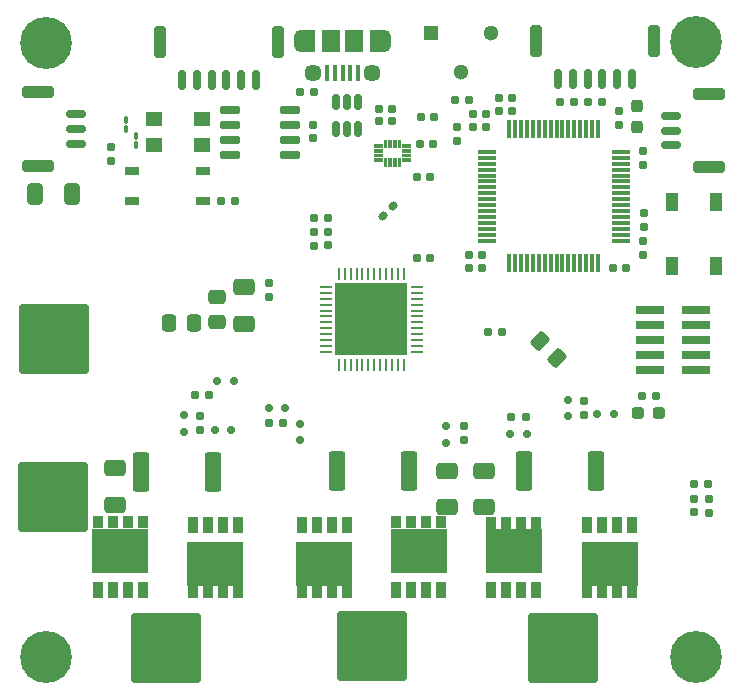
<source format=gbr>
%TF.GenerationSoftware,KiCad,Pcbnew,7.0.1*%
%TF.CreationDate,2023-04-17T18:47:01+02:00*%
%TF.ProjectId,ESC_board,4553435f-626f-4617-9264-2e6b69636164,rev?*%
%TF.SameCoordinates,Original*%
%TF.FileFunction,Soldermask,Top*%
%TF.FilePolarity,Negative*%
%FSLAX46Y46*%
G04 Gerber Fmt 4.6, Leading zero omitted, Abs format (unit mm)*
G04 Created by KiCad (PCBNEW 7.0.1) date 2023-04-17 18:47:01*
%MOMM*%
%LPD*%
G01*
G04 APERTURE LIST*
G04 Aperture macros list*
%AMRoundRect*
0 Rectangle with rounded corners*
0 $1 Rounding radius*
0 $2 $3 $4 $5 $6 $7 $8 $9 X,Y pos of 4 corners*
0 Add a 4 corners polygon primitive as box body*
4,1,4,$2,$3,$4,$5,$6,$7,$8,$9,$2,$3,0*
0 Add four circle primitives for the rounded corners*
1,1,$1+$1,$2,$3*
1,1,$1+$1,$4,$5*
1,1,$1+$1,$6,$7*
1,1,$1+$1,$8,$9*
0 Add four rect primitives between the rounded corners*
20,1,$1+$1,$2,$3,$4,$5,0*
20,1,$1+$1,$4,$5,$6,$7,0*
20,1,$1+$1,$6,$7,$8,$9,0*
20,1,$1+$1,$8,$9,$2,$3,0*%
G04 Aperture macros list end*
%ADD10R,0.200000X0.750000*%
%ADD11R,0.200000X0.650000*%
%ADD12R,0.650000X0.200000*%
%ADD13RoundRect,0.249999X0.450001X1.425001X-0.450001X1.425001X-0.450001X-1.425001X0.450001X-1.425001X0*%
%ADD14RoundRect,0.249999X-0.450001X-1.425001X0.450001X-1.425001X0.450001X1.425001X-0.450001X1.425001X0*%
%ADD15RoundRect,0.160000X-0.160000X0.197500X-0.160000X-0.197500X0.160000X-0.197500X0.160000X0.197500X0*%
%ADD16RoundRect,0.160000X0.160000X-0.197500X0.160000X0.197500X-0.160000X0.197500X-0.160000X-0.197500X0*%
%ADD17RoundRect,0.155000X0.155000X-0.212500X0.155000X0.212500X-0.155000X0.212500X-0.155000X-0.212500X0*%
%ADD18RoundRect,0.150000X0.150000X0.700000X-0.150000X0.700000X-0.150000X-0.700000X0.150000X-0.700000X0*%
%ADD19RoundRect,0.250000X0.250000X1.100000X-0.250000X1.100000X-0.250000X-1.100000X0.250000X-1.100000X0*%
%ADD20RoundRect,0.150000X-0.700000X0.150000X-0.700000X-0.150000X0.700000X-0.150000X0.700000X0.150000X0*%
%ADD21RoundRect,0.250000X-1.100000X0.250000X-1.100000X-0.250000X1.100000X-0.250000X1.100000X0.250000X0*%
%ADD22C,0.700000*%
%ADD23C,4.400000*%
%ADD24RoundRect,0.155000X-0.212500X-0.155000X0.212500X-0.155000X0.212500X0.155000X-0.212500X0.155000X0*%
%ADD25RoundRect,0.250000X0.337500X0.475000X-0.337500X0.475000X-0.337500X-0.475000X0.337500X-0.475000X0*%
%ADD26RoundRect,0.160000X-0.197500X-0.160000X0.197500X-0.160000X0.197500X0.160000X-0.197500X0.160000X0*%
%ADD27RoundRect,0.250000X0.650000X-0.412500X0.650000X0.412500X-0.650000X0.412500X-0.650000X-0.412500X0*%
%ADD28RoundRect,0.155000X0.040659X0.259862X-0.259862X-0.040659X-0.040659X-0.259862X0.259862X0.040659X0*%
%ADD29RoundRect,0.150000X0.150000X0.200000X-0.150000X0.200000X-0.150000X-0.200000X0.150000X-0.200000X0*%
%ADD30C,0.600000*%
%ADD31RoundRect,0.400000X-2.600000X-2.600000X2.600000X-2.600000X2.600000X2.600000X-2.600000X2.600000X0*%
%ADD32R,0.400000X1.350000*%
%ADD33O,1.200000X1.900000*%
%ADD34R,1.200000X1.900000*%
%ADD35C,1.450000*%
%ADD36R,1.500000X1.900000*%
%ADD37RoundRect,0.100000X-0.100000X0.217500X-0.100000X-0.217500X0.100000X-0.217500X0.100000X0.217500X0*%
%ADD38RoundRect,0.155000X-0.155000X0.212500X-0.155000X-0.212500X0.155000X-0.212500X0.155000X0.212500X0*%
%ADD39RoundRect,0.150000X0.725000X0.150000X-0.725000X0.150000X-0.725000X-0.150000X0.725000X-0.150000X0*%
%ADD40RoundRect,0.237500X0.237500X-0.287500X0.237500X0.287500X-0.237500X0.287500X-0.237500X-0.287500X0*%
%ADD41R,0.850000X1.050000*%
%ADD42R,4.700000X3.750000*%
%ADD43R,0.850000X1.450000*%
%ADD44R,1.346200X1.193800*%
%ADD45RoundRect,0.150000X0.200000X-0.150000X0.200000X0.150000X-0.200000X0.150000X-0.200000X-0.150000X0*%
%ADD46R,1.300000X1.300000*%
%ADD47C,1.300000*%
%ADD48R,2.400000X0.740000*%
%ADD49RoundRect,0.155000X0.212500X0.155000X-0.212500X0.155000X-0.212500X-0.155000X0.212500X-0.155000X0*%
%ADD50RoundRect,0.250000X0.574524X0.097227X0.097227X0.574524X-0.574524X-0.097227X-0.097227X-0.574524X0*%
%ADD51RoundRect,0.062500X-0.412500X-0.062500X0.412500X-0.062500X0.412500X0.062500X-0.412500X0.062500X0*%
%ADD52RoundRect,0.062500X-0.062500X-0.412500X0.062500X-0.412500X0.062500X0.412500X-0.062500X0.412500X0*%
%ADD53R,6.200000X6.200000*%
%ADD54RoundRect,0.160000X0.197500X0.160000X-0.197500X0.160000X-0.197500X-0.160000X0.197500X-0.160000X0*%
%ADD55RoundRect,0.150000X-0.150000X0.512500X-0.150000X-0.512500X0.150000X-0.512500X0.150000X0.512500X0*%
%ADD56RoundRect,0.237500X-0.287500X-0.237500X0.287500X-0.237500X0.287500X0.237500X-0.287500X0.237500X0*%
%ADD57R,1.200000X0.800000*%
%ADD58RoundRect,0.150000X0.700000X-0.150000X0.700000X0.150000X-0.700000X0.150000X-0.700000X-0.150000X0*%
%ADD59RoundRect,0.250000X1.100000X-0.250000X1.100000X0.250000X-1.100000X0.250000X-1.100000X-0.250000X0*%
%ADD60RoundRect,0.250000X0.475000X-0.337500X0.475000X0.337500X-0.475000X0.337500X-0.475000X-0.337500X0*%
%ADD61R,1.100000X1.600000*%
%ADD62RoundRect,0.100000X0.100000X-0.217500X0.100000X0.217500X-0.100000X0.217500X-0.100000X-0.217500X0*%
%ADD63RoundRect,0.150000X-0.150000X-0.200000X0.150000X-0.200000X0.150000X0.200000X-0.150000X0.200000X0*%
%ADD64RoundRect,0.250000X-0.412500X-0.650000X0.412500X-0.650000X0.412500X0.650000X-0.412500X0.650000X0*%
%ADD65RoundRect,0.075000X0.700000X0.075000X-0.700000X0.075000X-0.700000X-0.075000X0.700000X-0.075000X0*%
%ADD66RoundRect,0.075000X0.075000X0.700000X-0.075000X0.700000X-0.075000X-0.700000X0.075000X-0.700000X0*%
G04 APERTURE END LIST*
%TO.C,U3*%
G36*
X105775001Y-62263900D02*
G01*
X105474999Y-62263900D01*
X105474999Y-61513899D01*
X105775001Y-61513899D01*
X105775001Y-62263900D01*
G37*
G36*
X106175000Y-62263900D02*
G01*
X105875001Y-62263900D01*
X105875001Y-61513899D01*
X106175000Y-61513899D01*
X106175000Y-62263900D01*
G37*
G36*
X106574999Y-62263900D02*
G01*
X106275000Y-62263900D01*
X106275000Y-61513899D01*
X106574999Y-61513899D01*
X106574999Y-62263900D01*
G37*
G36*
X106975001Y-62263900D02*
G01*
X106674999Y-62263900D01*
X106674999Y-61513899D01*
X106975001Y-61513899D01*
X106975001Y-62263900D01*
G37*
G36*
X107774999Y-61863901D02*
G01*
X107025001Y-61863901D01*
X107025001Y-61563899D01*
X107774999Y-61563899D01*
X107774999Y-61863901D01*
G37*
G36*
X107774999Y-61463899D02*
G01*
X107025001Y-61463899D01*
X107025001Y-61163900D01*
X107774999Y-61163900D01*
X107774999Y-61463899D01*
G37*
G36*
X107774999Y-61063900D02*
G01*
X107025001Y-61063900D01*
X107025001Y-60763901D01*
X107774999Y-60763901D01*
X107774999Y-61063900D01*
G37*
G36*
X107774999Y-60663901D02*
G01*
X107025001Y-60663901D01*
X107025001Y-60363899D01*
X107774999Y-60363899D01*
X107774999Y-60663901D01*
G37*
G36*
X106975001Y-60713901D02*
G01*
X106674999Y-60713901D01*
X106674999Y-59963900D01*
X106975001Y-59963900D01*
X106975001Y-60713901D01*
G37*
G36*
X106574999Y-60713901D02*
G01*
X106275000Y-60713901D01*
X106275000Y-59963900D01*
X106574999Y-59963900D01*
X106574999Y-60713901D01*
G37*
G36*
X106175000Y-60713901D02*
G01*
X105875001Y-60713901D01*
X105875001Y-59963900D01*
X106175000Y-59963900D01*
X106175000Y-60713901D01*
G37*
G36*
X105775001Y-60713901D02*
G01*
X105474999Y-60713901D01*
X105474999Y-59963900D01*
X105775001Y-59963900D01*
X105775001Y-60713901D01*
G37*
G36*
X105424999Y-60663901D02*
G01*
X104675001Y-60663901D01*
X104675001Y-60363899D01*
X105424999Y-60363899D01*
X105424999Y-60663901D01*
G37*
G36*
X105424999Y-61063900D02*
G01*
X104675001Y-61063900D01*
X104675001Y-60763901D01*
X105424999Y-60763901D01*
X105424999Y-61063900D01*
G37*
G36*
X105424999Y-61463899D02*
G01*
X104675001Y-61463899D01*
X104675001Y-61163900D01*
X105424999Y-61163900D01*
X105424999Y-61463899D01*
G37*
G36*
X105424999Y-61863901D02*
G01*
X104675001Y-61863901D01*
X104675001Y-61563899D01*
X105424999Y-61563899D01*
X105424999Y-61863901D01*
G37*
%TD*%
D10*
%TO.C,U3*%
X105625001Y-61838100D03*
D11*
X106025000Y-61888900D03*
X106425000Y-61888900D03*
X106824999Y-61888900D03*
D12*
X107399999Y-61713899D03*
X107399999Y-61313900D03*
X107399999Y-60913900D03*
X107399999Y-60513901D03*
D11*
X106824999Y-60338900D03*
X106425000Y-60338900D03*
X106025000Y-60338900D03*
X105625001Y-60338900D03*
D12*
X105050001Y-60513901D03*
X105050001Y-60913900D03*
X105050001Y-61313900D03*
X105050001Y-61713899D03*
%TD*%
D13*
%TO.C,R28*%
X91025000Y-88140000D03*
X84925000Y-88140000D03*
%TD*%
%TO.C,R9*%
X123472936Y-88050000D03*
X117372936Y-88050000D03*
%TD*%
D14*
%TO.C,R8*%
X101490000Y-88010000D03*
X107590000Y-88010000D03*
%TD*%
D15*
%TO.C,Rg4*%
X112268000Y-84238500D03*
X112268000Y-85433500D03*
%TD*%
D16*
%TO.C,R7*%
X125406726Y-58723273D03*
X125406726Y-57528273D03*
%TD*%
D17*
%TO.C,C8*%
X114150000Y-58900000D03*
X114150000Y-57765000D03*
%TD*%
D18*
%TO.C,J7*%
X94650000Y-54900000D03*
X93400000Y-54900000D03*
X92150000Y-54900000D03*
X90900000Y-54900000D03*
X89650000Y-54900000D03*
X88400000Y-54900000D03*
D19*
X96500000Y-51700000D03*
X86550000Y-51700000D03*
%TD*%
D20*
%TO.C,J3*%
X79450000Y-57825000D03*
X79450000Y-59075000D03*
X79450000Y-60325000D03*
D21*
X76250000Y-55975000D03*
X76250000Y-62175000D03*
%TD*%
D22*
%TO.C,H2*%
X130260000Y-51730000D03*
X130743274Y-50563274D03*
X130743274Y-52896726D03*
X131910000Y-50080000D03*
D23*
X131910000Y-51730000D03*
D22*
X131910000Y-53380000D03*
X133076726Y-50563274D03*
X133076726Y-52896726D03*
X133560000Y-51730000D03*
%TD*%
D24*
%TO.C,C33*%
X105065000Y-57400000D03*
X106200000Y-57400000D03*
%TD*%
D25*
%TO.C,Cb4*%
X89412500Y-75525000D03*
X87337500Y-75525000D03*
%TD*%
D26*
%TO.C,R1*%
X111475000Y-56575000D03*
X112670000Y-56575000D03*
%TD*%
D24*
%TO.C,C34*%
X105065000Y-58400000D03*
X106200000Y-58400000D03*
%TD*%
D17*
%TO.C,C31*%
X127475000Y-69717500D03*
X127475000Y-68582500D03*
%TD*%
D24*
%TO.C,C9*%
X108525000Y-60300000D03*
X109660000Y-60300000D03*
%TD*%
D27*
%TO.C,Cb3*%
X114000000Y-91112500D03*
X114000000Y-87987500D03*
%TD*%
D28*
%TO.C,C36*%
X106251283Y-65608717D03*
X105448717Y-66411283D03*
%TD*%
D29*
%TO.C,D4*%
X91180000Y-84570000D03*
X92580000Y-84570000D03*
%TD*%
D30*
%TO.C,H6*%
X75180000Y-74240000D03*
X75180000Y-74840000D03*
X75180000Y-75440000D03*
X75180000Y-76040000D03*
X75180000Y-76640000D03*
X75180000Y-77240000D03*
X75180000Y-77840000D03*
X75180000Y-78440000D03*
X75180000Y-79040000D03*
X75180000Y-79550000D03*
X75780000Y-74240000D03*
X75780000Y-74840000D03*
X75780000Y-75440000D03*
X75780000Y-76040000D03*
X75780000Y-77840000D03*
X75780000Y-78440000D03*
X75780000Y-79040000D03*
X75780000Y-79550000D03*
X76380000Y-74240000D03*
X76380000Y-74840000D03*
X76380000Y-79040000D03*
X76380000Y-79550000D03*
X76980000Y-74240000D03*
X76980000Y-74840000D03*
X76980000Y-79040000D03*
X76980000Y-79550000D03*
X77580000Y-74240000D03*
X77580000Y-74840000D03*
X77580000Y-79040000D03*
X77580000Y-79550000D03*
D31*
X77590000Y-76890000D03*
D30*
X78180000Y-74240000D03*
X78180000Y-74840000D03*
X78180000Y-79040000D03*
X78180000Y-79550000D03*
X78780000Y-74240000D03*
X78780000Y-74840000D03*
X78780000Y-79040000D03*
X78780000Y-79550000D03*
X79380000Y-74240000D03*
X79380000Y-74840000D03*
X79380000Y-75440000D03*
X79380000Y-76040000D03*
X79380000Y-77840000D03*
X79380000Y-78440000D03*
X79380000Y-79040000D03*
X79380000Y-79550000D03*
X79980000Y-74240000D03*
X79980000Y-74840000D03*
X79980000Y-75440000D03*
X79980000Y-76040000D03*
X79980000Y-76640000D03*
X79980000Y-77240000D03*
X79980000Y-77840000D03*
X79980000Y-78440000D03*
X79980000Y-79040000D03*
X79980000Y-79550000D03*
%TD*%
D32*
%TO.C,J4*%
X103300000Y-54350000D03*
X102650000Y-54350000D03*
X102000000Y-54350000D03*
X101350000Y-54350000D03*
X100700000Y-54350000D03*
D33*
X105500000Y-51650000D03*
D34*
X104900000Y-51650000D03*
D35*
X104500000Y-54350000D03*
D36*
X103000000Y-51650000D03*
X101000000Y-51650000D03*
D35*
X99500000Y-54350000D03*
D34*
X99100000Y-51650000D03*
D33*
X98500000Y-51650000D03*
%TD*%
D26*
%TO.C,R4*%
X99552500Y-66572500D03*
X100747500Y-66572500D03*
%TD*%
D37*
%TO.C,D11*%
X84510000Y-59642500D03*
X84510000Y-60457500D03*
%TD*%
D38*
%TO.C,C53*%
X99460001Y-58732500D03*
X99460001Y-59867500D03*
%TD*%
D39*
%TO.C,U5*%
X97585000Y-61255000D03*
X97585000Y-59985000D03*
X97585000Y-58715000D03*
X97585000Y-57445000D03*
X92435000Y-57445000D03*
X92435000Y-58715000D03*
X92435000Y-59985000D03*
X92435000Y-61255000D03*
%TD*%
D15*
%TO.C,R5*%
X99600000Y-67750000D03*
X99600000Y-68945000D03*
%TD*%
D40*
%TO.C,D16*%
X126930000Y-58910001D03*
X126930000Y-57160001D03*
%TD*%
D27*
%TO.C,Cb1*%
X82750000Y-90887500D03*
X82750000Y-87762500D03*
%TD*%
D17*
%TO.C,C1*%
X127525000Y-67325000D03*
X127525000Y-66190000D03*
%TD*%
D26*
%TO.C,R12*%
X91662500Y-65200000D03*
X92857500Y-65200000D03*
%TD*%
D29*
%TO.C,D10*%
X123580000Y-83170000D03*
X124980000Y-83170000D03*
%TD*%
D26*
%TO.C,R6*%
X114342500Y-76230000D03*
X115537500Y-76230000D03*
%TD*%
D15*
%TO.C,R18*%
X82409999Y-60552500D03*
X82409999Y-61747500D03*
%TD*%
D29*
%TO.C,D8*%
X116170000Y-84930000D03*
X117570000Y-84930000D03*
%TD*%
D41*
%TO.C,Q5*%
X114580000Y-92430000D03*
X115850000Y-92430000D03*
D42*
X116485000Y-94830000D03*
D41*
X117120000Y-92430000D03*
X118390000Y-92430000D03*
D43*
X118390000Y-98130000D03*
X114580000Y-98130000D03*
X115850000Y-98130000D03*
X117120000Y-98130000D03*
%TD*%
D26*
%TO.C,Rg5*%
X116292500Y-83480000D03*
X117487500Y-83480000D03*
%TD*%
%TO.C,R11*%
X127330000Y-81700000D03*
X128525000Y-81700000D03*
%TD*%
D44*
%TO.C,FL2*%
X90092000Y-60454900D03*
X90092000Y-58245100D03*
X86028000Y-58245100D03*
X86028000Y-60454900D03*
%TD*%
D45*
%TO.C,D3*%
X88550000Y-83290000D03*
X88550000Y-84690000D03*
%TD*%
D15*
%TO.C,R22*%
X111670000Y-58902500D03*
X111670000Y-60097500D03*
%TD*%
D46*
%TO.C,SW2*%
X109525000Y-50950000D03*
D47*
X112025000Y-54250000D03*
X114525000Y-50950000D03*
%TD*%
D48*
%TO.C,J1*%
X128000000Y-74360000D03*
X131900000Y-74360000D03*
X128000000Y-75630000D03*
X131900000Y-75630000D03*
X128000000Y-76900000D03*
X131900000Y-76900000D03*
X128000000Y-78170000D03*
X131900000Y-78170000D03*
X128000000Y-79440000D03*
X131900000Y-79440000D03*
%TD*%
D49*
%TO.C,C3*%
X113842500Y-69700000D03*
X112707500Y-69700000D03*
%TD*%
%TO.C,C6*%
X113842500Y-70800000D03*
X112707500Y-70800000D03*
%TD*%
D50*
%TO.C,C42*%
X120167246Y-78475869D03*
X118700000Y-77008623D03*
%TD*%
D51*
%TO.C,IC2*%
X100555000Y-72440000D03*
X100555000Y-72940000D03*
X100555000Y-73440000D03*
X100555000Y-73940000D03*
X100555000Y-74440000D03*
X100555000Y-74940000D03*
X100555000Y-75440000D03*
X100555000Y-75940000D03*
X100555000Y-76440000D03*
X100555000Y-76940000D03*
X100555000Y-77440000D03*
X100555000Y-77940000D03*
D52*
X101680000Y-79065000D03*
X102180000Y-79065000D03*
X102680000Y-79065000D03*
X103180000Y-79065000D03*
X103680000Y-79065000D03*
X104180000Y-79065000D03*
X104680000Y-79065000D03*
X105180000Y-79065000D03*
X105680000Y-79065000D03*
X106180000Y-79065000D03*
X106680000Y-79065000D03*
X107180000Y-79065000D03*
D51*
X108305000Y-77940000D03*
X108305000Y-77440000D03*
X108305000Y-76940000D03*
X108305000Y-76440000D03*
X108305000Y-75940000D03*
X108305000Y-75440000D03*
X108305000Y-74940000D03*
X108305000Y-74440000D03*
X108305000Y-73940000D03*
X108305000Y-73440000D03*
X108305000Y-72940000D03*
X108305000Y-72440000D03*
D52*
X107180000Y-71315000D03*
X106680000Y-71315000D03*
X106180000Y-71315000D03*
X105680000Y-71315000D03*
X105180000Y-71315000D03*
X104680000Y-71315000D03*
X104180000Y-71315000D03*
X103680000Y-71315000D03*
X103180000Y-71315000D03*
X102680000Y-71315000D03*
X102180000Y-71315000D03*
X101680000Y-71315000D03*
D53*
X104430000Y-75190000D03*
%TD*%
D15*
%TO.C,Rg6*%
X122410000Y-82062500D03*
X122410000Y-83257500D03*
%TD*%
D54*
%TO.C,Rg1*%
X90687500Y-81570000D03*
X89492500Y-81570000D03*
%TD*%
D55*
%TO.C,U2*%
X103300000Y-56752500D03*
X102350000Y-56752500D03*
X101400000Y-56752500D03*
X101400000Y-59027500D03*
X102350000Y-59027500D03*
X103300000Y-59027500D03*
%TD*%
D56*
%TO.C,D17*%
X127037500Y-83120000D03*
X128787500Y-83120000D03*
%TD*%
D22*
%TO.C,H3*%
X75230000Y-103790000D03*
X75713274Y-102623274D03*
X75713274Y-104956726D03*
X76880000Y-102140000D03*
D23*
X76880000Y-103790000D03*
D22*
X76880000Y-105440000D03*
X78046726Y-102623274D03*
X78046726Y-104956726D03*
X78530000Y-103790000D03*
%TD*%
D38*
%TO.C,C41*%
X100750000Y-67782500D03*
X100750000Y-68917500D03*
%TD*%
D41*
%TO.C,Q3*%
X106540015Y-92360061D03*
X107810015Y-92360061D03*
D42*
X108445015Y-94760061D03*
D41*
X109080015Y-92360061D03*
X110350015Y-92360061D03*
D43*
X110350015Y-98060061D03*
X106540015Y-98060061D03*
X107810015Y-98060061D03*
X109080015Y-98060061D03*
%TD*%
D22*
%TO.C,H1*%
X130260000Y-103770000D03*
X130743274Y-102603274D03*
X130743274Y-104936726D03*
X131910000Y-102120000D03*
D23*
X131910000Y-103770000D03*
D22*
X131910000Y-105420000D03*
X133076726Y-102603274D03*
X133076726Y-104936726D03*
X133560000Y-103770000D03*
%TD*%
D41*
%TO.C,Q6*%
X126535000Y-98270000D03*
X125265000Y-98270000D03*
D42*
X124630000Y-95870000D03*
D41*
X123995000Y-98270000D03*
X122725000Y-98270000D03*
D43*
X122725000Y-92570000D03*
X126535000Y-92570000D03*
X125265000Y-92570000D03*
X123995000Y-92570000D03*
%TD*%
D49*
%TO.C,C10*%
X116375000Y-57525000D03*
X115240000Y-57525000D03*
%TD*%
D17*
%TO.C,Cb5*%
X95800000Y-73267500D03*
X95800000Y-72132500D03*
%TD*%
D30*
%TO.C,H5*%
X75080000Y-87560000D03*
X75080000Y-88160000D03*
X75080000Y-88760000D03*
X75080000Y-89360000D03*
X75080000Y-89960000D03*
X75080000Y-90560000D03*
X75080000Y-91160000D03*
X75080000Y-91760000D03*
X75080000Y-92360000D03*
X75080000Y-92870000D03*
X75680000Y-87560000D03*
X75680000Y-88160000D03*
X75680000Y-88760000D03*
X75680000Y-89360000D03*
X75680000Y-91160000D03*
X75680000Y-91760000D03*
X75680000Y-92360000D03*
X75680000Y-92870000D03*
X76280000Y-87560000D03*
X76280000Y-88160000D03*
X76280000Y-92360000D03*
X76280000Y-92870000D03*
X76880000Y-87560000D03*
X76880000Y-88160000D03*
X76880000Y-92360000D03*
X76880000Y-92870000D03*
X77480000Y-87560000D03*
X77480000Y-88160000D03*
X77480000Y-92360000D03*
X77480000Y-92870000D03*
D31*
X77490000Y-90210000D03*
D30*
X78080000Y-87560000D03*
X78080000Y-88160000D03*
X78080000Y-92360000D03*
X78080000Y-92870000D03*
X78680000Y-87560000D03*
X78680000Y-88160000D03*
X78680000Y-92360000D03*
X78680000Y-92870000D03*
X79280000Y-87560000D03*
X79280000Y-88160000D03*
X79280000Y-88760000D03*
X79280000Y-89360000D03*
X79280000Y-91160000D03*
X79280000Y-91760000D03*
X79280000Y-92360000D03*
X79280000Y-92870000D03*
X79880000Y-87560000D03*
X79880000Y-88160000D03*
X79880000Y-88760000D03*
X79880000Y-89360000D03*
X79880000Y-89960000D03*
X79880000Y-90560000D03*
X79880000Y-91160000D03*
X79880000Y-91760000D03*
X79880000Y-92360000D03*
X79880000Y-92870000D03*
%TD*%
D54*
%TO.C,R3*%
X121595000Y-56775000D03*
X120400000Y-56775000D03*
%TD*%
D24*
%TO.C,C35*%
X109407500Y-63110000D03*
X108272500Y-63110000D03*
%TD*%
D30*
%TO.C,H9*%
X118280000Y-100350000D03*
X118280000Y-100950000D03*
X118280000Y-101550000D03*
X118280000Y-102150000D03*
X118280000Y-102750000D03*
X118280000Y-103350000D03*
X118280000Y-103950000D03*
X118280000Y-104550000D03*
X118280000Y-105150000D03*
X118280000Y-105660000D03*
X118880000Y-100350000D03*
X118880000Y-100950000D03*
X118880000Y-101550000D03*
X118880000Y-102150000D03*
X118880000Y-103950000D03*
X118880000Y-104550000D03*
X118880000Y-105150000D03*
X118880000Y-105660000D03*
X119480000Y-100350000D03*
X119480000Y-100950000D03*
X119480000Y-105150000D03*
X119480000Y-105660000D03*
X120080000Y-100350000D03*
X120080000Y-100950000D03*
X120080000Y-105150000D03*
X120080000Y-105660000D03*
X120680000Y-100350000D03*
X120680000Y-100950000D03*
X120680000Y-105150000D03*
X120680000Y-105660000D03*
D31*
X120690000Y-103000000D03*
D30*
X121280000Y-100350000D03*
X121280000Y-100950000D03*
X121280000Y-105150000D03*
X121280000Y-105660000D03*
X121880000Y-100350000D03*
X121880000Y-100950000D03*
X121880000Y-105150000D03*
X121880000Y-105660000D03*
X122480000Y-100350000D03*
X122480000Y-100950000D03*
X122480000Y-101550000D03*
X122480000Y-102150000D03*
X122480000Y-103950000D03*
X122480000Y-104550000D03*
X122480000Y-105150000D03*
X122480000Y-105660000D03*
X123080000Y-100350000D03*
X123080000Y-100950000D03*
X123080000Y-101550000D03*
X123080000Y-102150000D03*
X123080000Y-102750000D03*
X123080000Y-103350000D03*
X123080000Y-103950000D03*
X123080000Y-104550000D03*
X123080000Y-105150000D03*
X123080000Y-105660000D03*
%TD*%
D49*
%TO.C,C5*%
X116375000Y-56475000D03*
X115240000Y-56475000D03*
%TD*%
D45*
%TO.C,D6*%
X110744000Y-84227500D03*
X110744000Y-85627500D03*
%TD*%
D57*
%TO.C,U6*%
X90160000Y-65170000D03*
X90160000Y-62630000D03*
X84160000Y-62630000D03*
X84160000Y-65170000D03*
%TD*%
D41*
%TO.C,Q2*%
X93140000Y-98270000D03*
X91870000Y-98270000D03*
D42*
X91235000Y-95870000D03*
D41*
X90600000Y-98270000D03*
X89330000Y-98270000D03*
D43*
X89330000Y-92570000D03*
X93140000Y-92570000D03*
X91870000Y-92570000D03*
X90600000Y-92570000D03*
%TD*%
D27*
%TO.C,C23*%
X93625000Y-75587500D03*
X93625000Y-72462500D03*
%TD*%
D24*
%TO.C,C2*%
X124857500Y-70875000D03*
X125992500Y-70875000D03*
%TD*%
D54*
%TO.C,R16*%
X99547500Y-55910000D03*
X98352500Y-55910000D03*
%TD*%
D45*
%TO.C,D5*%
X98380000Y-84020000D03*
X98380000Y-85420000D03*
%TD*%
D29*
%TO.C,D7*%
X95730000Y-82670000D03*
X97130000Y-82670000D03*
%TD*%
D15*
%TO.C,R15*%
X133000000Y-90377500D03*
X133000000Y-91572500D03*
%TD*%
D22*
%TO.C,H4*%
X75240000Y-51760000D03*
X75723274Y-50593274D03*
X75723274Y-52926726D03*
X76890000Y-50110000D03*
D23*
X76890000Y-51760000D03*
D22*
X76890000Y-53410000D03*
X78056726Y-50593274D03*
X78056726Y-52926726D03*
X78540000Y-51760000D03*
%TD*%
D58*
%TO.C,J6*%
X129800000Y-60450000D03*
X129800000Y-59200000D03*
X129800000Y-57950000D03*
D59*
X133000000Y-62300000D03*
X133000000Y-56100000D03*
%TD*%
D30*
%TO.C,H8*%
X102120000Y-100200000D03*
X102120000Y-100800000D03*
X102120000Y-101400000D03*
X102120000Y-102000000D03*
X102120000Y-102600000D03*
X102120000Y-103200000D03*
X102120000Y-103800000D03*
X102120000Y-104400000D03*
X102120000Y-105000000D03*
X102120000Y-105510000D03*
X102720000Y-100200000D03*
X102720000Y-100800000D03*
X102720000Y-101400000D03*
X102720000Y-102000000D03*
X102720000Y-103800000D03*
X102720000Y-104400000D03*
X102720000Y-105000000D03*
X102720000Y-105510000D03*
X103320000Y-100200000D03*
X103320000Y-100800000D03*
X103320000Y-105000000D03*
X103320000Y-105510000D03*
X103920000Y-100200000D03*
X103920000Y-100800000D03*
X103920000Y-105000000D03*
X103920000Y-105510000D03*
X104520000Y-100200000D03*
X104520000Y-100800000D03*
X104520000Y-105000000D03*
X104520000Y-105510000D03*
D31*
X104530000Y-102850000D03*
D30*
X105120000Y-100200000D03*
X105120000Y-100800000D03*
X105120000Y-105000000D03*
X105120000Y-105510000D03*
X105720000Y-100200000D03*
X105720000Y-100800000D03*
X105720000Y-105000000D03*
X105720000Y-105510000D03*
X106320000Y-100200000D03*
X106320000Y-100800000D03*
X106320000Y-101400000D03*
X106320000Y-102000000D03*
X106320000Y-103800000D03*
X106320000Y-104400000D03*
X106320000Y-105000000D03*
X106320000Y-105510000D03*
X106920000Y-100200000D03*
X106920000Y-100800000D03*
X106920000Y-101400000D03*
X106920000Y-102000000D03*
X106920000Y-102600000D03*
X106920000Y-103200000D03*
X106920000Y-103800000D03*
X106920000Y-104400000D03*
X106920000Y-105000000D03*
X106920000Y-105510000D03*
%TD*%
D60*
%TO.C,Cb6*%
X91375000Y-75387500D03*
X91375000Y-73312500D03*
%TD*%
D41*
%TO.C,Q4*%
X102350015Y-98260061D03*
X101080015Y-98260061D03*
D42*
X100445015Y-95860061D03*
D41*
X99810015Y-98260061D03*
X98540015Y-98260061D03*
D43*
X98540015Y-92560061D03*
X102350015Y-92560061D03*
X101080015Y-92560061D03*
X99810015Y-92560061D03*
%TD*%
D38*
%TO.C,C4*%
X127400000Y-60957500D03*
X127400000Y-62092500D03*
%TD*%
D26*
%TO.C,TH1*%
X131777500Y-89125000D03*
X132972500Y-89125000D03*
%TD*%
D27*
%TO.C,Cb2*%
X110850000Y-91112500D03*
X110850000Y-87987500D03*
%TD*%
D61*
%TO.C,SW1*%
X129900000Y-70625000D03*
X133600000Y-70625000D03*
X133600000Y-65225000D03*
X129900000Y-65225000D03*
%TD*%
D18*
%TO.C,J2*%
X126500000Y-54850000D03*
X125250000Y-54850000D03*
X124000000Y-54850000D03*
X122750000Y-54850000D03*
X121500000Y-54850000D03*
X120250000Y-54850000D03*
D19*
X128350000Y-51650000D03*
X118400000Y-51650000D03*
%TD*%
D24*
%TO.C,C32*%
X108625000Y-58075000D03*
X109760000Y-58075000D03*
%TD*%
D17*
%TO.C,C7*%
X113025000Y-58900000D03*
X113025000Y-57765000D03*
%TD*%
D62*
%TO.C,D1*%
X83660000Y-59107500D03*
X83660000Y-58292500D03*
%TD*%
D24*
%TO.C,C43*%
X108302500Y-69960000D03*
X109437500Y-69960000D03*
%TD*%
D30*
%TO.C,H7*%
X84660000Y-100350000D03*
X84660000Y-100950000D03*
X84660000Y-101550000D03*
X84660000Y-102150000D03*
X84660000Y-102750000D03*
X84660000Y-103350000D03*
X84660000Y-103950000D03*
X84660000Y-104550000D03*
X84660000Y-105150000D03*
X84660000Y-105660000D03*
X85260000Y-100350000D03*
X85260000Y-100950000D03*
X85260000Y-101550000D03*
X85260000Y-102150000D03*
X85260000Y-103950000D03*
X85260000Y-104550000D03*
X85260000Y-105150000D03*
X85260000Y-105660000D03*
X85860000Y-100350000D03*
X85860000Y-100950000D03*
X85860000Y-105150000D03*
X85860000Y-105660000D03*
X86460000Y-100350000D03*
X86460000Y-100950000D03*
X86460000Y-105150000D03*
X86460000Y-105660000D03*
X87060000Y-100350000D03*
X87060000Y-100950000D03*
X87060000Y-105150000D03*
X87060000Y-105660000D03*
D31*
X87070000Y-103000000D03*
D30*
X87660000Y-100350000D03*
X87660000Y-100950000D03*
X87660000Y-105150000D03*
X87660000Y-105660000D03*
X88260000Y-100350000D03*
X88260000Y-100950000D03*
X88260000Y-105150000D03*
X88260000Y-105660000D03*
X88860000Y-100350000D03*
X88860000Y-100950000D03*
X88860000Y-101550000D03*
X88860000Y-102150000D03*
X88860000Y-103950000D03*
X88860000Y-104550000D03*
X88860000Y-105150000D03*
X88860000Y-105660000D03*
X89460000Y-100350000D03*
X89460000Y-100950000D03*
X89460000Y-101550000D03*
X89460000Y-102150000D03*
X89460000Y-102750000D03*
X89460000Y-103350000D03*
X89460000Y-103950000D03*
X89460000Y-104550000D03*
X89460000Y-105150000D03*
X89460000Y-105660000D03*
%TD*%
D63*
%TO.C,D2*%
X92800000Y-80400000D03*
X91400000Y-80400000D03*
%TD*%
D45*
%TO.C,D9*%
X121110000Y-81990000D03*
X121110000Y-83390000D03*
%TD*%
D15*
%TO.C,Rg2*%
X89910000Y-83382500D03*
X89910000Y-84577500D03*
%TD*%
D64*
%TO.C,C28*%
X75925000Y-64550000D03*
X79050000Y-64550000D03*
%TD*%
D65*
%TO.C,IC1*%
X125535000Y-68510000D03*
X125535000Y-68010000D03*
X125535000Y-67510000D03*
X125535000Y-67010000D03*
X125535000Y-66510000D03*
X125535000Y-66010000D03*
X125535000Y-65510000D03*
X125535000Y-65010000D03*
X125535000Y-64510000D03*
X125535000Y-64010000D03*
X125535000Y-63510000D03*
X125535000Y-63010000D03*
X125535000Y-62510000D03*
X125535000Y-62010000D03*
X125535000Y-61510000D03*
X125535000Y-61010000D03*
D66*
X123610000Y-59085000D03*
X123110000Y-59085000D03*
X122610000Y-59085000D03*
X122110000Y-59085000D03*
X121610000Y-59085000D03*
X121110000Y-59085000D03*
X120610000Y-59085000D03*
X120110000Y-59085000D03*
X119610000Y-59085000D03*
X119110000Y-59085000D03*
X118610000Y-59085000D03*
X118110000Y-59085000D03*
X117610000Y-59085000D03*
X117110000Y-59085000D03*
X116610000Y-59085000D03*
X116110000Y-59085000D03*
D65*
X114185000Y-61010000D03*
X114185000Y-61510000D03*
X114185000Y-62010000D03*
X114185000Y-62510000D03*
X114185000Y-63010000D03*
X114185000Y-63510000D03*
X114185000Y-64010000D03*
X114185000Y-64510000D03*
X114185000Y-65010000D03*
X114185000Y-65510000D03*
X114185000Y-66010000D03*
X114185000Y-66510000D03*
X114185000Y-67010000D03*
X114185000Y-67510000D03*
X114185000Y-68010000D03*
X114185000Y-68510000D03*
D66*
X116110000Y-70435000D03*
X116610000Y-70435000D03*
X117110000Y-70435000D03*
X117610000Y-70435000D03*
X118110000Y-70435000D03*
X118610000Y-70435000D03*
X119110000Y-70435000D03*
X119610000Y-70435000D03*
X120110000Y-70435000D03*
X120610000Y-70435000D03*
X121110000Y-70435000D03*
X121610000Y-70435000D03*
X122110000Y-70435000D03*
X122610000Y-70435000D03*
X123110000Y-70435000D03*
X123610000Y-70435000D03*
%TD*%
D41*
%TO.C,Q1*%
X81250000Y-92380000D03*
X82520000Y-92380000D03*
D42*
X83155000Y-94780000D03*
D41*
X83790000Y-92380000D03*
X85060000Y-92380000D03*
D43*
X85060000Y-98080000D03*
X81250000Y-98080000D03*
X82520000Y-98080000D03*
X83790000Y-98080000D03*
%TD*%
D38*
%TO.C,C52*%
X131750000Y-90365000D03*
X131750000Y-91500000D03*
%TD*%
D54*
%TO.C,R2*%
X123950000Y-56775000D03*
X122755000Y-56775000D03*
%TD*%
%TO.C,Rg3*%
X96947500Y-83960000D03*
X95752500Y-83960000D03*
%TD*%
M02*

</source>
